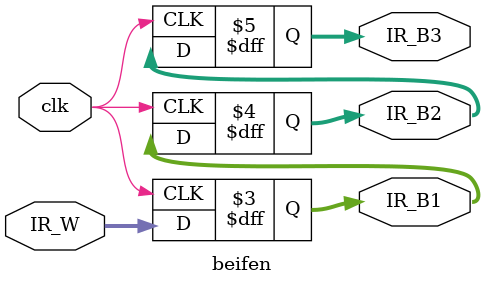
<source format=v>
`timescale 1ns / 1ps
module beifen(
	input clk,
	input [31:0] IR_W,
	output reg [31:0] IR_B1,
	output reg [31:0] IR_B2,
	output reg [31:0] IR_B3
    );
	initial begin
		IR_B1 = 0;
		IR_B2 = 0; 
		IR_B3 = 0;
	end
	always @(posedge clk)begin
		IR_B1 <= IR_W;
		IR_B2 <= IR_B1;
		IR_B3 <= IR_B2;
		 
	end

endmodule

</source>
